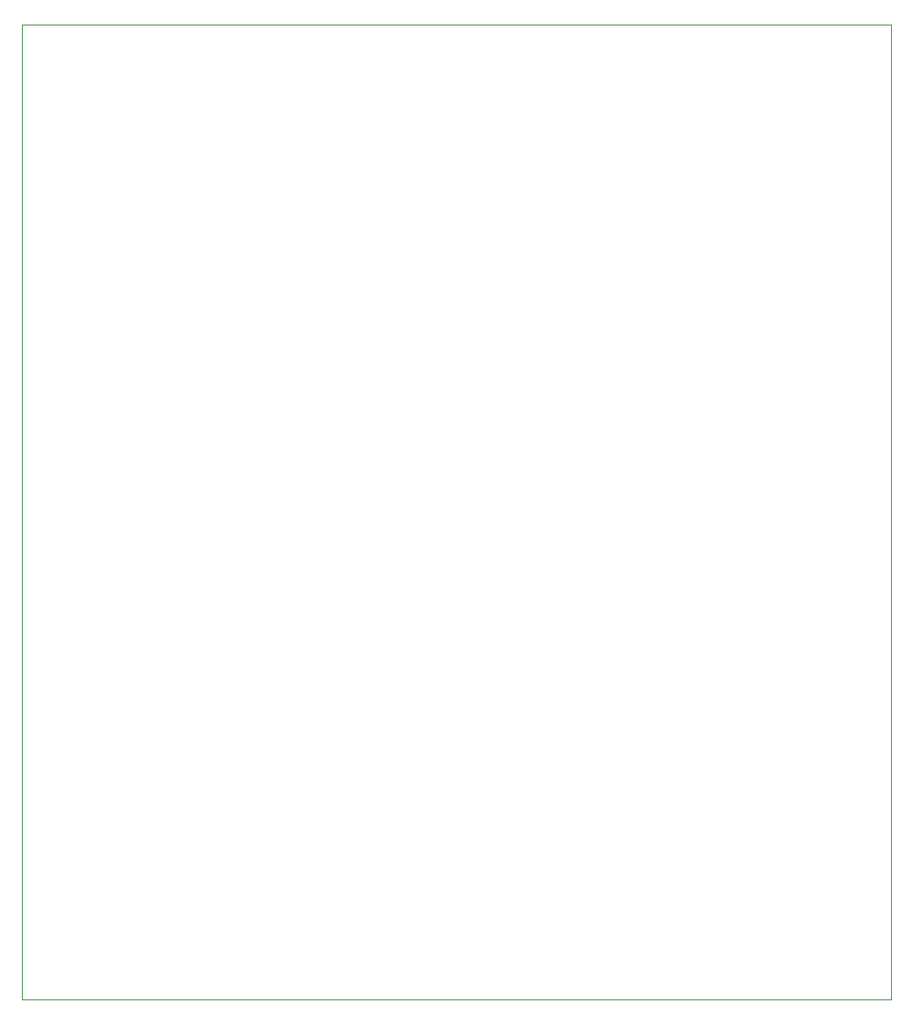
<source format=gm1>
%TF.GenerationSoftware,KiCad,Pcbnew,(5.1.4)-1*%
%TF.CreationDate,2021-01-28T23:04:49+05:30*%
%TF.ProjectId,rev1,72657631-2e6b-4696-9361-645f70636258,rev?*%
%TF.SameCoordinates,Original*%
%TF.FileFunction,Profile,NP*%
%FSLAX46Y46*%
G04 Gerber Fmt 4.6, Leading zero omitted, Abs format (unit mm)*
G04 Created by KiCad (PCBNEW (5.1.4)-1) date 2021-01-28 23:04:49*
%MOMM*%
%LPD*%
G04 APERTURE LIST*
%ADD10C,0.050000*%
G04 APERTURE END LIST*
D10*
X184404000Y-146431000D02*
X184404000Y-52451000D01*
X100584000Y-146431000D02*
X184404000Y-146431000D01*
X100584000Y-52451000D02*
X100584000Y-146431000D01*
X100584000Y-52451000D02*
X184404000Y-52451000D01*
M02*

</source>
